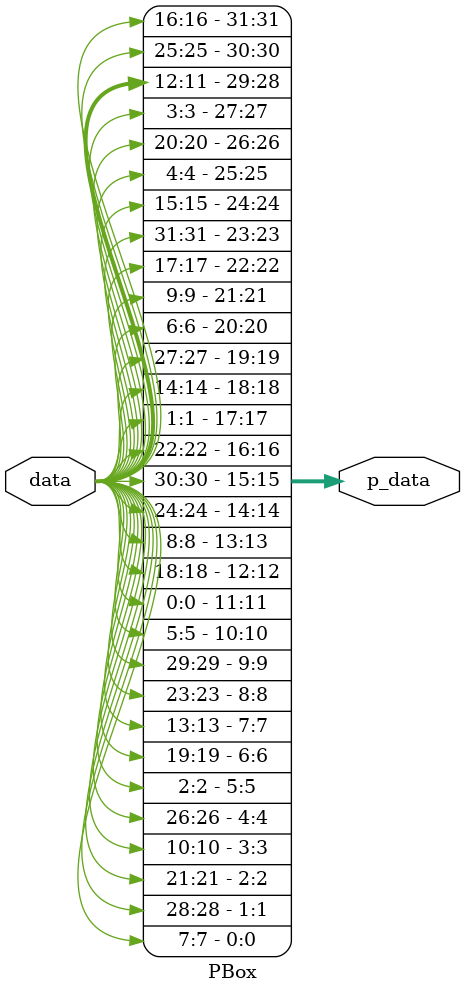
<source format=sv>
module PBox(
  input wire [31:0] data,
  output wire [31:0] p_data
);

assign p_data = {data[16], data[25], data[12], data[11], data[3], data[20], data[4], data[15],
                 data[31], data[17], data[9], data[6], data[27], data[14], data[1], data[22],
                 data[30], data[24], data[8], data[18], data[0], data[5], data[29], data[23],
                 data[13], data[19], data[2], data[26], data[10], data[21], data[28], data[7]};

endmodule 
</source>
